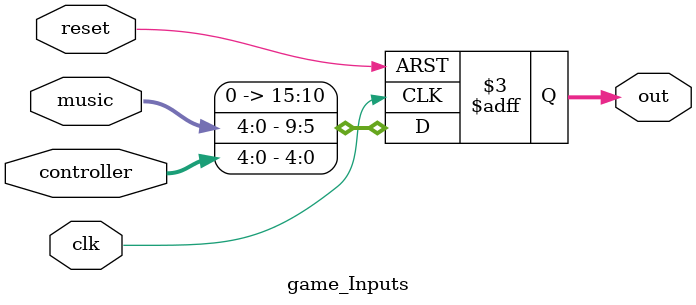
<source format=v>
module game_Inputs(clk, reset, controller, music, out);
	input clk, reset;
	input [4:0] controller, music;
	output reg [15:0] out;
	
	always @(posedge clk, posedge reset)
		if (reset == 1'b1)
			out <= 16'b0;
		else 
			out <= {6'b0, music, controller};
endmodule

</source>
